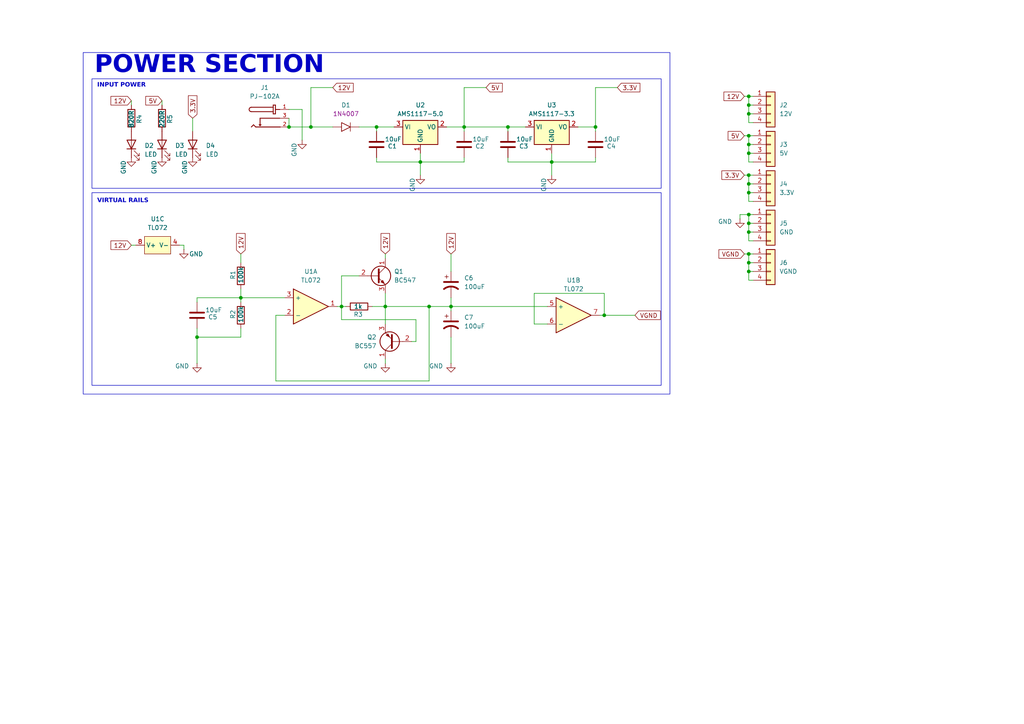
<source format=kicad_sch>
(kicad_sch (version 20250114) (generator "eeschema") (generator_version "9.0")
  (paper "A4")
  (lib_symbols
    (symbol "Connector_Generic:Conn_01x04" (pin_names (offset 1.016) (hide yes))
      (property "Reference" "J" (at 0 5.08 0))
      (property "Value" "Conn_01x04" (at 0 -7.62 0))
      (symbol "Conn_01x04_1_1"
        (rectangle (start -1.27 3.81) (end 1.27 -6.35) (stroke (width 0.254)) (fill (type background)))
        (rectangle (start -1.27 2.667) (end 0 2.413) (stroke (width 0.1524)))
        (rectangle (start -1.27 0.127) (end 0 -0.127) (stroke (width 0.1524)))
        (rectangle (start -1.27 -2.413) (end 0 -2.667) (stroke (width 0.1524)))
        (rectangle (start -1.27 -4.953) (end 0 -5.207) (stroke (width 0.1524)))
        (pin passive line (at -5.08 2.54 0) (length 3.81) (name "Pin_1") (number "1"))
        (pin passive line (at -5.08 0 0) (length 3.81) (name "Pin_2") (number "2"))
        (pin passive line (at -5.08 -2.54 0) (length 3.81) (name "Pin_3") (number "3"))
        (pin passive line (at -5.08 -5.08 0) (length 3.81) (name "Pin_4") (number "4"))
      )
    )
    (symbol "Device:C" (pin_numbers (hide yes)) (pin_names (offset 0.254))
      (property "Reference" "C" (at 0.635 2.54 0))
      (property "Value" "C" (at 0.635 -2.54 0))
      (symbol "C_0_1"
        (polyline (pts (xy -2.032 0.762) (xy 2.032 0.762)) (stroke (width 0.508)))
        (polyline (pts (xy -2.032 -0.762) (xy 2.032 -0.762)) (stroke (width 0.508)))
      )
      (symbol "C_1_1"
        (pin passive line (at 0 3.81 270) (length 2.794) (name "~") (number "1"))
        (pin passive line (at 0 -3.81 90) (length 2.794) (name "~") (number "2"))
      )
    )
    (symbol "Device:C_Polarized_US" (pin_numbers (hide yes)) (pin_names (offset 0.254) (hide yes))
      (property "Reference" "C" (at 0.635 2.54 0))
      (property "Value" "C_Polarized_US" (at 0.635 -2.54 0))
      (symbol "C_Polarized_US_0_1"
        (polyline (pts (xy -2.032 0.762) (xy 2.032 0.762)) (stroke (width 0.508)))
        (polyline (pts (xy -1.778 2.286) (xy -0.762 2.286)))
        (polyline (pts (xy -1.27 1.778) (xy -1.27 2.794)))
        (arc (start -2.032 -1.27) (mid 0 -0.5572) (end 2.032 -1.27) (stroke (width 0.508)))
      )
      (symbol "C_Polarized_US_1_1"
        (pin passive line (at 0 3.81 270) (length 2.794) (name "~") (number "1"))
        (pin passive line (at 0 -3.81 90) (length 3.302) (name "~") (number "2"))
      )
    )
    (symbol "Device:LED" (pin_numbers (hide yes)) (pin_names (offset 1.016) (hide yes))
      (property "Reference" "D" (at 0 2.54 0))
      (property "Value" "LED" (at 0 -2.54 0))
      (symbol "LED_0_1"
        (polyline (pts (xy -3.048 -0.762) (xy -4.572 -2.286) (xy -3.81 -2.286) (xy -4.572 -2.286) (xy -4.572 -1.524)))
        (polyline (pts (xy -1.778 -0.762) (xy -3.302 -2.286) (xy -2.54 -2.286) (xy -3.302 -2.286) (xy -3.302 -1.524)))
        (polyline (pts (xy -1.27 0) (xy 1.27 0)))
        (polyline (pts (xy -1.27 -1.27) (xy -1.27 1.27)) (stroke (width 0.254)))
        (polyline (pts (xy 1.27 -1.27) (xy 1.27 1.27) (xy -1.27 0) (xy 1.27 -1.27)) (stroke (width 0.254)))
      )
      (symbol "LED_1_1"
        (pin passive line (at -3.81 0 0) (length 2.54) (name "K") (number "1"))
        (pin passive line (at 3.81 0 180) (length 2.54) (name "A") (number "2"))
      )
    )
    (symbol "Device:R" (pin_numbers (hide yes)) (pin_names (offset 0))
      (property "Reference" "R" (at 2.032 0 90))
      (property "Value" "R" (at 0 0 90))
      (symbol "R_0_1"
        (rectangle (start -1.016 -2.54) (end 1.016 2.54) (stroke (width 0.254)))
      )
      (symbol "R_1_1"
        (pin passive line (at 0 3.81 270) (length 1.27) (name "~") (number "1"))
        (pin passive line (at 0 -3.81 90) (length 1.27) (name "~") (number "2"))
      )
    )
    (symbol "PCM_4ms_Diode:1N914BWS" (pin_numbers (hide yes)) (pin_names (offset 1.016) (hide yes))
      (property "Reference" "D" (at 0 2.54 0))
      (property "Display" "1N914" (at 0 -2.54 0))
      (symbol "1N914BWS_0_1"
        (polyline (pts (xy -1.27 1.27) (xy -1.27 -1.27)))
        (polyline (pts (xy 1.27 1.27) (xy 1.27 -1.27) (xy -1.27 0) (xy 1.27 1.27)) (stroke (width 0.2032)))
      )
      (symbol "1N914BWS_1_1"
        (pin passive line (at -3.81 0 0) (length 2.54) (name "K") (number "1"))
        (pin passive line (at 3.81 0 180) (length 2.54) (name "A") (number "2"))
      )
    )
    (symbol "PCM_4ms_IC:TL072"
      (property "Reference" "U" (at 2.54 5.08 0))
      (property "Value" "TL072" (at 2.54 -3.81 0))
      (symbol "TL072_1_1"
        (polyline (pts (xy -5.08 5.08) (xy 5.08 0) (xy -5.08 -5.08) (xy -5.08 5.08)) (stroke (width 0.254)) (fill (type background)))
        (pin input line (at -7.62 2.54 0) (length 2.54) (name "+") (number "3"))
        (pin input line (at -7.62 -2.54 0) (length 2.54) (name "-") (number "2"))
        (pin output line (at 7.62 0 180) (length 2.54) (name "~") (number "1"))
      )
      (symbol "TL072_2_1"
        (polyline (pts (xy -5.08 5.08) (xy 5.08 0) (xy -5.08 -5.08) (xy -5.08 5.08)) (stroke (width 0.254)) (fill (type background)))
        (pin input line (at -7.62 2.54 0) (length 2.54) (name "+") (number "5"))
        (pin input line (at -7.62 -2.54 0) (length 2.54) (name "-") (number "6"))
        (pin output line (at 7.62 0 180) (length 2.54) (name "~") (number "7"))
      )
      (symbol "TL072_3_1"
        (rectangle (start -2.54 3.81) (end 2.54 -3.81) (fill (type background)))
        (pin power_in line (at 0 6.35 270) (length 2.54) (name "V+") (number "8"))
        (pin power_in line (at 0 -6.35 90) (length 2.54) (name "V-") (number "4"))
      )
    )
    (symbol "PJ-102A:PJ-102A" (pin_names (offset 1.016))
      (property "Reference" "J" (at -7.6333 3.0533 0))
      (property "Value" "PJ-102A" (at -7.6363 -10.1817 0))
      (symbol "PJ-102A_0_0"
        (polyline (pts (xy -5.842 0.635) (xy 0.508 0.635)) (stroke (width 0.254)))
        (polyline (pts (xy -5.842 -0.635) (xy 0.508 -0.635)) (stroke (width 0.254)))
        (arc (start -5.842 -0.635) (mid -6.4742 0) (end -5.842 0.635) (stroke (width 0.254)))
        (polyline (pts (xy -5.207 -4.445) (xy -5.842 -5.08)) (stroke (width 0.254)))
        (polyline (pts (xy -4.572 -5.08) (xy -5.207 -4.445)) (stroke (width 0.254)))
        (polyline (pts (xy -3.556 -4.445) (xy -3.302 -4.699)) (stroke (width 0.254)))
        (polyline (pts (xy -3.302 -2.54) (xy -3.302 -4.445)) (stroke (width 0.254)))
        (polyline (pts (xy -3.302 -4.699) (xy -3.048 -4.445)) (stroke (width 0.254)))
        (polyline (pts (xy -3.048 -4.445) (xy -3.556 -4.445)) (stroke (width 0.254)))
        (polyline (pts (xy 0.508 1.27) (xy 0.508 -1.27)) (stroke (width 0.254)))
        (polyline (pts (xy 0.508 -1.27) (xy 1.143 -1.27)) (stroke (width 0.254)))
        (polyline (pts (xy 1.143 1.27) (xy 0.508 1.27)) (stroke (width 0.254)))
        (polyline (pts (xy 1.143 0) (xy 1.143 1.27)) (stroke (width 0.254)))
        (polyline (pts (xy 1.143 0) (xy 2.413 0)) (stroke (width 0.254)))
        (polyline (pts (xy 1.143 -1.27) (xy 1.143 0)) (stroke (width 0.254)))
        (polyline (pts (xy 2.413 -2.54) (xy -3.302 -2.54)) (stroke (width 0.254)))
        (polyline (pts (xy 2.54 -5.08) (xy -4.572 -5.08)) (stroke (width 0.254)))
        (pin power_in line (at 5.08 0 180) (length 2.54) (name "~") (number "1"))
        (pin power_in line (at 5.08 -2.54 180) (length 2.54) (name "~") (number "3"))
        (pin power_in line (at 5.08 -5.08 180) (length 2.54) (name "~") (number "2"))
      )
    )
    (symbol "Regulator_Linear:AMS1117-3.3"
      (property "Reference" "U" (at -3.81 3.175 0))
      (property "Value" "AMS1117-3.3" (at 0 3.175 0))
      (symbol "AMS1117-3.3_0_1"
        (rectangle (start -5.08 -5.08) (end 5.08 1.905) (stroke (width 0.254)) (fill (type background)))
      )
      (symbol "AMS1117-3.3_1_1"
        (pin power_in line (at -7.62 0 0) (length 2.54) (name "VI") (number "3"))
        (pin power_in line (at 0 -7.62 90) (length 2.54) (name "GND") (number "1"))
        (pin power_out line (at 7.62 0 180) (length 2.54) (name "VO") (number "2"))
      )
    )
    (symbol "Regulator_Linear:AMS1117-5.0"
      (property "Reference" "U" (at -3.81 3.175 0))
      (property "Value" "AMS1117-5.0" (at 0 3.175 0))
      (symbol "AMS1117-5.0_0_1"
        (rectangle (start -5.08 -5.08) (end 5.08 1.905) (stroke (width 0.254)) (fill (type background)))
      )
      (symbol "AMS1117-5.0_1_1"
        (pin power_in line (at -7.62 0 0) (length 2.54) (name "VI") (number "3"))
        (pin power_in line (at 0 -7.62 90) (length 2.54) (name "GND") (number "1"))
        (pin power_out line (at 7.62 0 180) (length 2.54) (name "VO") (number "2"))
      )
    )
    (symbol "Transistor_BJT:BC547" (pin_names (offset 0) (hide yes))
      (property "Reference" "Q" (at 5.08 1.905 0))
      (property "Value" "BC547" (at 5.08 0 0))
      (symbol "BC547_0_1"
        (polyline (pts (xy -2.54 0) (xy 0.635 0)))
        (polyline (pts (xy 0.635 1.905) (xy 0.635 -1.905)) (stroke (width 0.508)))
        (circle (center 1.27 0) (radius 2.8194) (stroke (width 0.254)))
      )
      (symbol "BC547_1_1"
        (polyline (pts (xy 0.635 0.635) (xy 2.54 2.54)))
        (polyline (pts (xy 0.635 -0.635) (xy 2.54 -2.54)))
        (polyline (pts (xy 1.27 -1.778) (xy 1.778 -1.27) (xy 2.286 -2.286) (xy 1.27 -1.778)) (fill (type outline)))
        (pin input line (at -5.08 0 0) (length 2.54) (name "B") (number "2"))
        (pin passive line (at 2.54 5.08 270) (length 2.54) (name "C") (number "1"))
        (pin passive line (at 2.54 -5.08 90) (length 2.54) (name "E") (number "3"))
      )
    )
    (symbol "Transistor_BJT:BC557" (pin_names (offset 0) (hide yes))
      (property "Reference" "Q" (at 5.08 1.905 0))
      (property "Value" "BC557" (at 5.08 0 0))
      (symbol "BC557_0_1"
        (polyline (pts (xy -2.54 0) (xy 0.635 0)))
        (polyline (pts (xy 0.635 1.905) (xy 0.635 -1.905)) (stroke (width 0.508)))
        (polyline (pts (xy 0.635 0.635) (xy 2.54 2.54)))
        (polyline (pts (xy 0.635 -0.635) (xy 2.54 -2.54)))
        (circle (center 1.27 0) (radius 2.8194) (stroke (width 0.254)))
        (polyline (pts (xy 2.286 -1.778) (xy 1.778 -2.286) (xy 1.27 -1.27) (xy 2.286 -1.778)) (fill (type outline)))
      )
      (symbol "BC557_1_1"
        (pin input line (at -5.08 0 0) (length 2.54) (name "B") (number "2"))
        (pin passive line (at 2.54 5.08 270) (length 2.54) (name "C") (number "1"))
        (pin passive line (at 2.54 -5.08 90) (length 2.54) (name "E") (number "3"))
      )
    )
    (symbol "power:GND" (power) (pin_numbers (hide yes)) (pin_names (offset 0) (hide yes))
      (property "Value" "GND" (at 0 -3.81 0))
      (symbol "GND_0_1"
        (polyline (pts (xy 0 0) (xy 0 -1.27) (xy 1.27 -1.27) (xy 0 -2.54) (xy -1.27 -1.27) (xy 0 -1.27)))
      )
      (symbol "GND_1_1"
        (pin power_in line (at 0 0 270) (length 0) (name "~") (number "1"))
      )
    )
  )
  (rectangle (start 24.13 15.24) (end 194.31 114.3))
  (rectangle (start 26.67 22.86) (end 191.77 54.61))
  (rectangle (start 26.67 55.88) (end 191.77 111.76))
  (text "VIRTUAL RAILS\n" (at 28.194 58.674 0) (effects (font (size 1.27 1.27) (thickness 0.254) (bold yes)) (justify left)))
  (text "INPUT POWER\n" (at 28.194 25.146 0) (effects (font (size 1.27 1.27) (thickness 0.254) (bold yes)) (justify left)))
  (text "POWER SECTION" (at 27.432 20.32 0) (effects (font (size 5.08 5.08) (thickness 1.016) (bold yes) (italic yes)) (justify left)))
  (junction (at 175.26 91.44))
  (junction (at 160.02 46.99))
  (junction (at 121.92 46.99))
  (junction (at 217.17 76.2))
  (junction (at 217.17 62.23))
  (junction (at 217.17 55.88))
  (junction (at 134.62 36.83))
  (junction (at 217.17 78.74))
  (junction (at 69.85 86.36))
  (junction (at 217.17 30.48))
  (junction (at 217.17 44.45))
  (junction (at 57.15 97.79))
  (junction (at 83.82 36.83))
  (junction (at 217.17 33.02))
  (junction (at 217.17 73.66))
  (junction (at 217.17 64.77))
  (junction (at 111.76 88.9))
  (junction (at 99.06 88.9))
  (junction (at 217.17 50.8))
  (junction (at 217.17 41.91))
  (junction (at 217.17 39.37))
  (junction (at 217.17 27.94))
  (junction (at 172.72 36.83))
  (junction (at 147.32 36.83))
  (junction (at 130.81 88.9))
  (junction (at 90.17 36.83))
  (junction (at 217.17 67.31))
  (junction (at 217.17 53.34))
  (junction (at 109.22 36.83))
  (junction (at 124.46 88.9))
  (wire (pts (xy 217.17 55.88) (xy 217.17 53.34)))
  (wire (pts (xy 52.07 71.12) (xy 53.34 71.12)))
  (wire (pts (xy 217.17 55.88) (xy 218.44 55.88)))
  (wire (pts (xy 160.02 46.99) (xy 160.02 50.8)))
  (wire (pts (xy 218.44 81.28) (xy 217.17 81.28)))
  (wire (pts (xy 215.9 73.66) (xy 217.17 73.66)))
  (wire (pts (xy 217.17 46.99) (xy 217.17 44.45)))
  (wire (pts (xy 109.22 46.99) (xy 121.92 46.99)))
  (wire (pts (xy 38.1 71.12) (xy 39.37 71.12)))
  (wire (pts (xy 83.82 36.83) (xy 90.17 36.83)))
  (wire (pts (xy 158.75 93.98) (xy 154.94 93.98)))
  (wire (pts (xy 82.55 91.44) (xy 80.01 91.44)))
  (wire (pts (xy 69.85 95.25) (xy 69.85 97.79)))
  (wire (pts (xy 104.14 36.83) (xy 109.22 36.83)))
  (wire (pts (xy 217.17 76.2) (xy 217.17 73.66)))
  (wire (pts (xy 217.17 73.66) (xy 218.44 73.66)))
  (wire (pts (xy 69.85 86.36) (xy 82.55 86.36)))
  (wire (pts (xy 121.92 46.99) (xy 134.62 46.99)))
  (wire (pts (xy 140.97 25.4) (xy 134.62 25.4)))
  (wire (pts (xy 134.62 45.72) (xy 134.62 46.99)))
  (wire (pts (xy 217.17 33.02) (xy 218.44 33.02)))
  (wire (pts (xy 99.06 92.71) (xy 120.65 92.71)))
  (wire (pts (xy 134.62 36.83) (xy 147.32 36.83)))
  (wire (pts (xy 217.17 58.42) (xy 217.17 55.88)))
  (wire (pts (xy 154.94 93.98) (xy 154.94 85.09)))
  (wire (pts (xy 111.76 88.9) (xy 111.76 85.09)))
  (wire (pts (xy 130.81 97.79) (xy 130.81 105.41)))
  (wire (pts (xy 90.17 25.4) (xy 90.17 36.83)))
  (wire (pts (xy 217.17 67.31) (xy 217.17 64.77)))
  (wire (pts (xy 129.54 36.83) (xy 134.62 36.83)))
  (wire (pts (xy 83.82 34.29) (xy 83.82 36.83)))
  (wire (pts (xy 111.76 104.14) (xy 111.76 105.41)))
  (wire (pts (xy 121.92 44.45) (xy 121.92 46.99)))
  (wire (pts (xy 38.1 29.21) (xy 38.1 30.48)))
  (wire (pts (xy 80.01 110.49) (xy 124.46 110.49)))
  (wire (pts (xy 55.88 34.29) (xy 55.88 38.1)))
  (wire (pts (xy 215.9 39.37) (xy 217.17 39.37)))
  (wire (pts (xy 69.85 73.66) (xy 69.85 76.2)))
  (wire (pts (xy 217.17 27.94) (xy 218.44 27.94)))
  (wire (pts (xy 215.9 50.8) (xy 217.17 50.8)))
  (wire (pts (xy 217.17 33.02) (xy 217.17 30.48)))
  (wire (pts (xy 147.32 46.99) (xy 160.02 46.99)))
  (wire (pts (xy 217.17 41.91) (xy 217.17 39.37)))
  (wire (pts (xy 107.95 88.9) (xy 111.76 88.9)))
  (wire (pts (xy 147.32 36.83) (xy 152.4 36.83)))
  (wire (pts (xy 160.02 46.99) (xy 172.72 46.99)))
  (wire (pts (xy 214.63 62.23) (xy 217.17 62.23)))
  (wire (pts (xy 214.63 63.5) (xy 214.63 62.23)))
  (wire (pts (xy 99.06 80.01) (xy 99.06 88.9)))
  (wire (pts (xy 99.06 88.9) (xy 99.06 92.71)))
  (wire (pts (xy 57.15 86.36) (xy 69.85 86.36)))
  (wire (pts (xy 217.17 30.48) (xy 218.44 30.48)))
  (wire (pts (xy 109.22 45.72) (xy 109.22 46.99)))
  (wire (pts (xy 172.72 36.83) (xy 172.72 38.1)))
  (wire (pts (xy 130.81 88.9) (xy 158.75 88.9)))
  (wire (pts (xy 217.17 39.37) (xy 218.44 39.37)))
  (wire (pts (xy 218.44 35.56) (xy 217.17 35.56)))
  (wire (pts (xy 217.17 78.74) (xy 218.44 78.74)))
  (wire (pts (xy 175.26 91.44) (xy 184.15 91.44)))
  (wire (pts (xy 172.72 45.72) (xy 172.72 46.99)))
  (wire (pts (xy 69.85 86.36) (xy 69.85 87.63)))
  (wire (pts (xy 217.17 76.2) (xy 218.44 76.2)))
  (wire (pts (xy 217.17 81.28) (xy 217.17 78.74)))
  (wire (pts (xy 111.76 88.9) (xy 111.76 93.98)))
  (wire (pts (xy 57.15 95.25) (xy 57.15 97.79)))
  (wire (pts (xy 217.17 67.31) (xy 218.44 67.31)))
  (wire (pts (xy 218.44 69.85) (xy 217.17 69.85)))
  (wire (pts (xy 90.17 36.83) (xy 96.52 36.83)))
  (wire (pts (xy 217.17 30.48) (xy 217.17 27.94)))
  (wire (pts (xy 111.76 73.66) (xy 111.76 74.93)))
  (wire (pts (xy 217.17 44.45) (xy 218.44 44.45)))
  (wire (pts (xy 218.44 58.42) (xy 217.17 58.42)))
  (wire (pts (xy 154.94 85.09) (xy 175.26 85.09)))
  (wire (pts (xy 120.65 92.71) (xy 120.65 99.06)))
  (wire (pts (xy 109.22 36.83) (xy 109.22 38.1)))
  (wire (pts (xy 124.46 110.49) (xy 124.46 88.9)))
  (wire (pts (xy 69.85 83.82) (xy 69.85 86.36)))
  (wire (pts (xy 69.85 97.79) (xy 57.15 97.79)))
  (wire (pts (xy 217.17 50.8) (xy 218.44 50.8)))
  (wire (pts (xy 99.06 88.9) (xy 100.33 88.9)))
  (wire (pts (xy 217.17 41.91) (xy 218.44 41.91)))
  (wire (pts (xy 217.17 44.45) (xy 217.17 41.91)))
  (wire (pts (xy 160.02 44.45) (xy 160.02 46.99)))
  (wire (pts (xy 130.81 86.36) (xy 130.81 88.9)))
  (wire (pts (xy 57.15 97.79) (xy 57.15 105.41)))
  (wire (pts (xy 120.65 99.06) (xy 119.38 99.06)))
  (wire (pts (xy 80.01 91.44) (xy 80.01 110.49)))
  (wire (pts (xy 130.81 73.66) (xy 130.81 78.74)))
  (wire (pts (xy 147.32 36.83) (xy 147.32 38.1)))
  (wire (pts (xy 46.99 29.21) (xy 46.99 30.48)))
  (wire (pts (xy 217.17 69.85) (xy 217.17 67.31)))
  (wire (pts (xy 90.17 25.4) (xy 96.52 25.4)))
  (wire (pts (xy 57.15 87.63) (xy 57.15 86.36)))
  (wire (pts (xy 104.14 80.01) (xy 99.06 80.01)))
  (wire (pts (xy 124.46 88.9) (xy 111.76 88.9)))
  (wire (pts (xy 217.17 53.34) (xy 218.44 53.34)))
  (wire (pts (xy 172.72 25.4) (xy 172.72 36.83)))
  (wire (pts (xy 87.63 31.75) (xy 87.63 40.64)))
  (wire (pts (xy 217.17 64.77) (xy 218.44 64.77)))
  (wire (pts (xy 215.9 27.94) (xy 217.17 27.94)))
  (wire (pts (xy 147.32 45.72) (xy 147.32 46.99)))
  (wire (pts (xy 134.62 36.83) (xy 134.62 38.1)))
  (wire (pts (xy 167.64 36.83) (xy 172.72 36.83)))
  (wire (pts (xy 217.17 35.56) (xy 217.17 33.02)))
  (wire (pts (xy 218.44 46.99) (xy 217.17 46.99)))
  (wire (pts (xy 217.17 64.77) (xy 217.17 62.23)))
  (wire (pts (xy 83.82 31.75) (xy 87.63 31.75)))
  (wire (pts (xy 217.17 53.34) (xy 217.17 50.8)))
  (wire (pts (xy 130.81 88.9) (xy 130.81 90.17)))
  (wire (pts (xy 124.46 88.9) (xy 130.81 88.9)))
  (wire (pts (xy 121.92 46.99) (xy 121.92 50.8)))
  (wire (pts (xy 217.17 62.23) (xy 218.44 62.23)))
  (wire (pts (xy 217.17 78.74) (xy 217.17 76.2)))
  (wire (pts (xy 175.26 91.44) (xy 173.99 91.44)))
  (wire (pts (xy 109.22 36.83) (xy 114.3 36.83)))
  (wire (pts (xy 179.07 25.4) (xy 172.72 25.4)))
  (wire (pts (xy 53.34 71.12) (xy 53.34 72.39)))
  (wire (pts (xy 175.26 85.09) (xy 175.26 91.44)))
  (wire (pts (xy 97.79 88.9) (xy 99.06 88.9)))
  (wire (pts (xy 134.62 25.4) (xy 134.62 36.83)))
  (global_label "12V" (shape input) (at 38.1 71.12 180) (property "Intersheetrefs" "${INTERSHEET_REFS}" (effects (hide yes))))
  (global_label "12V" (shape input) (at 130.81 73.66 90) (property "Intersheetrefs" "${INTERSHEET_REFS}" (effects (hide yes))))
  (global_label "3.3V" (shape input) (at 55.88 34.29 90) (property "Intersheetrefs" "${INTERSHEET_REFS}" (effects (hide yes))))
  (global_label "VGND" (shape input) (at 184.15 91.44 0) (property "Intersheetrefs" "${INTERSHEET_REFS}" (effects (hide yes))))
  (global_label "12V" (shape input) (at 38.1 29.21 180) (property "Intersheetrefs" "${INTERSHEET_REFS}" (effects (hide yes))))
  (global_label "12V" (shape input) (at 69.85 73.66 90) (property "Intersheetrefs" "${INTERSHEET_REFS}" (effects (hide yes))))
  (global_label "3.3V" (shape input) (at 215.9 50.8 180) (property "Intersheetrefs" "${INTERSHEET_REFS}" (effects (hide yes))))
  (global_label "5V" (shape input) (at 46.99 29.21 180) (property "Intersheetrefs" "${INTERSHEET_REFS}" (effects (hide yes))))
  (global_label "12V" (shape input) (at 215.9 27.94 180) (property "Intersheetrefs" "${INTERSHEET_REFS}" (effects (hide yes))))
  (global_label "3.3V" (shape input) (at 179.07 25.4 0) (property "Intersheetrefs" "${INTERSHEET_REFS}" (effects (hide yes))))
  (global_label "12V" (shape input) (at 96.52 25.4 0) (property "Intersheetrefs" "${INTERSHEET_REFS}" (effects (hide yes))))
  (global_label "5V" (shape input) (at 140.97 25.4 0) (property "Intersheetrefs" "${INTERSHEET_REFS}" (effects (hide yes))))
  (global_label "5V" (shape input) (at 215.9 39.37 180) (property "Intersheetrefs" "${INTERSHEET_REFS}" (effects (hide yes))))
  (global_label "12V" (shape input) (at 111.76 73.66 90) (property "Intersheetrefs" "${INTERSHEET_REFS}" (effects (hide yes))))
  (global_label "VGND" (shape input) (at 215.9 73.66 180) (property "Intersheetrefs" "${INTERSHEET_REFS}" (effects (hide yes))))
  (symbol (lib_id "Connector_Generic:Conn_01x04") (at 223.52 64.77 0) (unit 1)
    (property "Reference" "J5" (at 226.06 64.7699 0) (effects (justify left)))
    (property "Value" "GND" (at 226.06 67.3099 0) (effects (justify left)))
    (property "Footprint" "Connector_PinSocket_2.54mm:PinSocket_1x04_P2.54mm_Vertical" (effects (hide yes)))
    (property "Description" "Generic connector, single row, 01x04, script generated (kicad-library-utils/schlib/autogen/connector/)" (effects (hide yes)))
  )
  (symbol (lib_id "PCM_4ms_IC:TL072") (at 166.37 91.44 0) (unit 2)
    (property "Reference" "U1" (at 166.37 81.28 0))
    (property "Value" "TL072" (at 166.37 83.82 0))
    (property "Footprint" "DIYSynthMNL:DIP-8_W7.62mm_LongPads" (effects (hide yes)))
    (property "Description" "TL072 Dual Opamp TSSOP-8" (effects (hide yes)))
    (property "Specifications" "TL072 Dual Opamp" (effects (hide yes)))
    (property "JLCPCB ID" "C90748" (effects (hide yes)))
  )
  (symbol (lib_id "Device:LED") (at 38.1 41.91 90) (unit 1)
    (property "Reference" "D2" (at 41.91 42.2274 90) (effects (justify right)))
    (property "Value" "LED" (at 41.91 44.7674 90) (effects (justify right)))
    (property "Footprint" "LED_THT:LED_D5.0mm" (effects (hide yes)))
    (property "Description" "Light emitting diode" (effects (hide yes)))
    (property "Sim.Pins" "1=K 2=A" (effects (hide yes)))
  )
  (symbol (lib_id "Device:R") (at 38.1 34.29 180) (unit 1)
    (property "Reference" "R4" (at 40.386 34.544 90))
    (property "Value" "820R" (at 38.1 34.544 90) (effects (font (thickness 0.254) (bold yes))))
    (property "Footprint" "PCM_4ms_Resistor:R_Axial_DIN0207_L6.3mm_D2.5mm_P7.62mm_Horizontal" (effects (hide yes)))
    (property "Description" "Resistor" (effects (hide yes)))
  )
  (symbol (lib_id "Connector_Generic:Conn_01x04") (at 223.52 76.2 0) (unit 1)
    (property "Reference" "J6" (at 226.06 76.1999 0) (effects (justify left)))
    (property "Value" "VGND" (at 226.06 78.7399 0) (effects (justify left)))
    (property "Footprint" "Connector_PinSocket_2.54mm:PinSocket_1x04_P2.54mm_Vertical" (effects (hide yes)))
    (property "Description" "Generic connector, single row, 01x04, script generated (kicad-library-utils/schlib/autogen/connector/)" (effects (hide yes)))
  )
  (symbol (lib_id "power:GND") (at 57.15 105.41 0) (unit 1)
    (property "Reference" "#PWR091" (effects (hide yes)))
    (property "Value" "GND" (at 54.864 106.172 0) (effects (justify right)))
    (property "Description" "Power symbol creates a global label with name \"GND\" , ground" (effects (hide yes)))
  )
  (symbol (lib_id "PCM_4ms_Diode:1N914BWS") (at 100.33 36.83 180) (unit 1)
    (property "Reference" "D1" (at 100.33 30.48 0))
    (property "Value" "1N914BWS" (effects (hide yes)))
    (property "Footprint" "DIYSynthMNL:D_4148_BigPads" (effects (hide yes)))
    (property "Datasheet" "https://www.mouser.com/datasheet/2/308/1N914BWS_D-2309364.pdf" (effects (hide yes)))
    (property "Description" "1N914BWS, 75V, 150mA, 1V @ 100mA SOD-323F" (effects (hide yes)))
    (property "Specifications" "1N914BWS, 75V, 150mA, 1V @ 100mA SOD-323F" (effects (hide yes)))
    (property "Manufacturer" "ON Semiconductor / Fairchild" (effects (hide yes)))
    (property "Part Number" "1N914BWS" (effects (hide yes)))
    (property "JLCPCB ID" "C258181" (effects (hide yes)))
    (property "Display" "1N4007" (at 100.33 33.02 0))
  )
  (symbol (lib_id "power:GND") (at 38.1 45.72 0) (unit 1)
    (property "Reference" "#PWR065" (effects (hide yes)))
    (property "Value" "GND" (at 35.814 46.482 90) (effects (justify right)))
    (property "Description" "Power symbol creates a global label with name \"GND\" , ground" (effects (hide yes)))
  )
  (symbol (lib_id "Device:C_Polarized_US") (at 130.81 93.98 0) (unit 1)
    (property "Reference" "C7" (at 134.62 92.0749 0) (effects (justify left)))
    (property "Value" "100uF" (at 134.62 94.6149 0) (effects (justify left)))
    (property "Footprint" "Capacitor_THT:CP_Radial_D5.0mm_P2.00mm" (effects (hide yes)))
    (property "Description" "Polarized capacitor, US symbol" (effects (hide yes)))
  )
  (symbol (lib_id "Device:R") (at 104.14 88.9 90) (unit 1)
    (property "Reference" "R3" (at 103.886 91.186 90))
    (property "Value" "1k" (at 103.886 88.9 90) (effects (font (thickness 0.254) (bold yes))))
    (property "Footprint" "PCM_4ms_Resistor:R_Axial_DIN0207_L6.3mm_D2.5mm_P7.62mm_Horizontal" (effects (hide yes)))
    (property "Description" "Resistor" (effects (hide yes)))
  )
  (symbol (lib_id "Device:LED") (at 55.88 41.91 90) (unit 1)
    (property "Reference" "D4" (at 59.69 42.2274 90) (effects (justify right)))
    (property "Value" "LED" (at 59.69 44.7674 90) (effects (justify right)))
    (property "Footprint" "LED_THT:LED_D5.0mm" (effects (hide yes)))
    (property "Description" "Light emitting diode" (effects (hide yes)))
    (property "Sim.Pins" "1=K 2=A" (effects (hide yes)))
  )
  (symbol (lib_id "Transistor_BJT:BC557") (at 114.3 99.06 180) (unit 1)
    (property "Reference" "Q2" (at 109.22 97.7899 0) (effects (justify left)))
    (property "Value" "BC557" (at 109.22 100.3299 0) (effects (justify left)))
    (property "Footprint" "Package_TO_SOT_THT:TO-92_Inline" (effects (hide yes)))
    (property "Datasheet" "https://www.onsemi.com/pub/Collateral/BC556BTA-D.pdf" (effects (hide yes)))
    (property "Description" "0.1A Ic, 45V Vce, PNP Small Signal Transistor, TO-92" (effects (hide yes)))
  )
  (symbol (lib_id "Device:C") (at 57.15 91.44 180) (unit 1)
    (property "Reference" "C5" (at 61.722 91.948 0))
    (property "Value" "10uF" (at 61.976 89.916 0))
    (property "Footprint" "PCM_4ms_Capacitor:C_Disc_P5.08mm" (effects (hide yes)))
    (property "Description" "Unpolarized capacitor" (effects (hide yes)))
  )
  (symbol (lib_id "power:GND") (at 46.99 45.72 0) (unit 1)
    (property "Reference" "#PWR066" (effects (hide yes)))
    (property "Value" "GND" (at 44.704 46.482 90) (effects (justify right)))
    (property "Description" "Power symbol creates a global label with name \"GND\" , ground" (effects (hide yes)))
  )
  (symbol (lib_id "power:GND") (at 121.92 50.8 0) (unit 1)
    (property "Reference" "#PWR034" (effects (hide yes)))
    (property "Value" "GND" (at 119.634 51.562 90) (effects (justify right)))
    (property "Description" "Power symbol creates a global label with name \"GND\" , ground" (effects (hide yes)))
  )
  (symbol (lib_id "Connector_Generic:Conn_01x04") (at 223.52 41.91 0) (unit 1)
    (property "Reference" "J3" (at 226.06 41.9099 0) (effects (justify left)))
    (property "Value" "5V" (at 226.06 44.4499 0) (effects (justify left)))
    (property "Footprint" "Connector_PinSocket_2.54mm:PinSocket_1x04_P2.54mm_Vertical" (effects (hide yes)))
    (property "Description" "Generic connector, single row, 01x04, script generated (kicad-library-utils/schlib/autogen/connector/)" (effects (hide yes)))
  )
  (symbol (lib_id "Device:R") (at 69.85 91.44 0) (unit 1)
    (property "Reference" "R2" (at 67.564 91.186 90))
    (property "Value" "100k" (at 69.85 91.186 90) (effects (font (thickness 0.254) (bold yes))))
    (property "Footprint" "PCM_4ms_Resistor:R_Axial_DIN0207_L6.3mm_D2.5mm_P7.62mm_Horizontal" (effects (hide yes)))
    (property "Description" "Resistor" (effects (hide yes)))
  )
  (symbol (lib_id "Regulator_Linear:AMS1117-3.3") (at 160.02 36.83 0) (unit 1)
    (property "Reference" "U3" (at 160.02 30.48 0))
    (property "Value" "AMS1117-3.3" (at 160.02 33.02 0))
    (property "Footprint" "Package_TO_SOT_SMD:SOT-223-3_TabPin2" (effects (hide yes)))
    (property "Datasheet" "http://www.advanced-monolithic.com/pdf/ds1117.pdf" (effects (hide yes)))
    (property "Description" "1A Low Dropout regulator, positive, 3.3V fixed output, SOT-223" (effects (hide yes)))
  )
  (symbol (lib_id "PJ-102A:PJ-102A") (at 78.74 31.75 0) (unit 1)
    (property "Reference" "J1" (at 76.7729 25.4 0))
    (property "Value" "PJ-102A" (at 76.7729 27.94 0))
    (property "Footprint" "PJ-102A:CUI_PJ-102A" (effects (hide yes)))
    (property "MF" "Same Sky" (effects (hide yes)))
    (property "DESCRIPTION" "2.0 mm Center Pin%2C 2.5 A%2C Right Angle%2C Through Hole%2C Tapered Pins%2C Dc Power Jack Connector" (effects (hide yes)))
    (property "PACKAGE" "None" (effects (hide yes)))
    (property "PRICE" "0.44 USD" (effects (hide yes)))
    (property "Package" "None" (effects (hide yes)))
    (property "Check_prices" "https://www.snapeda.com/parts/PJ-102A/Same+Sky/view-part/?ref=eda" (effects (hide yes)))
    (property "Price" "None" (effects (hide yes)))
    (property "SnapEDA_Link" "https://www.snapeda.com/parts/PJ-102A/Same+Sky/view-part/?ref=snap" (effects (hide yes)))
    (property "MP" "PJ-102A" (effects (hide yes)))
    (property "Description_1" "2.0 x 6.5 mm, 2.5 A, Horizontal, Through Hole, Tapered Pins, Dc Power Jack Connector" (effects (hide yes)))
    (property "Availability" "In Stock" (effects (hide yes)))
    (property "AVAILABILITY" "Good" (effects (hide yes)))
    (property "MANUFACTURER" "CUI inc" (effects (hide yes)))
  )
  (symbol (lib_id "power:GND") (at 111.76 105.41 0) (unit 1)
    (property "Reference" "#PWR093" (effects (hide yes)))
    (property "Value" "GND" (at 109.474 106.172 0) (effects (justify right)))
    (property "Description" "Power symbol creates a global label with name \"GND\" , ground" (effects (hide yes)))
  )
  (symbol (lib_id "Connector_Generic:Conn_01x04") (at 223.52 53.34 0) (unit 1)
    (property "Reference" "J4" (at 226.06 53.3399 0) (effects (justify left)))
    (property "Value" "3.3V" (at 226.06 55.8799 0) (effects (justify left)))
    (property "Footprint" "Connector_PinSocket_2.54mm:PinSocket_1x04_P2.54mm_Vertical" (effects (hide yes)))
    (property "Description" "Generic connector, single row, 01x04, script generated (kicad-library-utils/schlib/autogen/connector/)" (effects (hide yes)))
  )
  (symbol (lib_id "Device:LED") (at 46.99 41.91 90) (unit 1)
    (property "Reference" "D3" (at 50.8 42.2274 90) (effects (justify right)))
    (property "Value" "LED" (at 50.8 44.7674 90) (effects (justify right)))
    (property "Footprint" "LED_THT:LED_D5.0mm" (effects (hide yes)))
    (property "Description" "Light emitting diode" (effects (hide yes)))
    (property "Sim.Pins" "1=K 2=A" (effects (hide yes)))
  )
  (symbol (lib_id "power:GND") (at 87.63 40.64 0) (unit 1)
    (property "Reference" "#PWR064" (effects (hide yes)))
    (property "Value" "GND" (at 85.344 41.402 90) (effects (justify right)))
    (property "Description" "Power symbol creates a global label with name \"GND\" , ground" (effects (hide yes)))
  )
  (symbol (lib_id "Device:C") (at 134.62 41.91 180) (unit 1)
    (property "Reference" "C2" (at 139.192 42.418 0))
    (property "Value" "10uF" (at 139.446 40.386 0))
    (property "Footprint" "PCM_4ms_Capacitor:C_Disc_P5.08mm" (effects (hide yes)))
    (property "Description" "Unpolarized capacitor" (effects (hide yes)))
  )
  (symbol (lib_id "Device:C") (at 147.32 41.91 180) (unit 1)
    (property "Reference" "C3" (at 151.892 42.418 0))
    (property "Value" "10uF" (at 152.146 40.386 0))
    (property "Footprint" "PCM_4ms_Capacitor:C_Disc_P5.08mm" (effects (hide yes)))
    (property "Description" "Unpolarized capacitor" (effects (hide yes)))
  )
  (symbol (lib_id "Regulator_Linear:AMS1117-5.0") (at 121.92 36.83 0) (unit 1)
    (property "Reference" "U2" (at 121.92 30.48 0))
    (property "Value" "AMS1117-5.0" (at 121.92 33.02 0))
    (property "Footprint" "Package_TO_SOT_SMD:SOT-223-3_TabPin2" (effects (hide yes)))
    (property "Datasheet" "http://www.advanced-monolithic.com/pdf/ds1117.pdf" (effects (hide yes)))
    (property "Description" "1A Low Dropout regulator, positive, 5.0V fixed output, SOT-223" (effects (hide yes)))
  )
  (symbol (lib_id "power:GND") (at 160.02 50.8 0) (unit 1)
    (property "Reference" "#PWR090" (effects (hide yes)))
    (property "Value" "GND" (at 157.734 51.562 90) (effects (justify right)))
    (property "Description" "Power symbol creates a global label with name \"GND\" , ground" (effects (hide yes)))
  )
  (symbol (lib_id "Device:R") (at 46.99 34.29 180) (unit 1)
    (property "Reference" "R5" (at 49.276 34.544 90))
    (property "Value" "220R" (at 46.99 34.544 90) (effects (font (thickness 0.254) (bold yes))))
    (property "Footprint" "PCM_4ms_Resistor:R_Axial_DIN0207_L6.3mm_D2.5mm_P7.62mm_Horizontal" (effects (hide yes)))
    (property "Description" "Resistor" (effects (hide yes)))
  )
  (symbol (lib_id "power:GND") (at 214.63 63.5 0) (unit 1)
    (property "Reference" "#PWR035" (effects (hide yes)))
    (property "Value" "GND" (at 212.344 64.262 0) (effects (justify right)))
    (property "Description" "Power symbol creates a global label with name \"GND\" , ground" (effects (hide yes)))
  )
  (symbol (lib_id "Device:C") (at 109.22 41.91 180) (unit 1)
    (property "Reference" "C1" (at 113.792 42.418 0))
    (property "Value" "10uF" (at 114.046 40.386 0))
    (property "Footprint" "PCM_4ms_Capacitor:C_Disc_P5.08mm" (effects (hide yes)))
    (property "Description" "Unpolarized capacitor" (effects (hide yes)))
  )
  (symbol (lib_id "Device:C") (at 172.72 41.91 180) (unit 1)
    (property "Reference" "C4" (at 177.292 42.418 0))
    (property "Value" "10uF" (at 177.546 40.386 0))
    (property "Footprint" "PCM_4ms_Capacitor:C_Disc_P5.08mm" (effects (hide yes)))
    (property "Description" "Unpolarized capacitor" (effects (hide yes)))
  )
  (symbol (lib_id "Connector_Generic:Conn_01x04") (at 223.52 30.48 0) (unit 1)
    (property "Reference" "J2" (at 226.06 30.4799 0) (effects (justify left)))
    (property "Value" "12V" (at 226.06 33.0199 0) (effects (justify left)))
    (property "Footprint" "Connector_PinSocket_2.54mm:PinSocket_1x04_P2.54mm_Vertical" (effects (hide yes)))
    (property "Description" "Generic connector, single row, 01x04, script generated (kicad-library-utils/schlib/autogen/connector/)" (effects (hide yes)))
  )
  (symbol (lib_id "power:GND") (at 55.88 45.72 0) (unit 1)
    (property "Reference" "#PWR067" (effects (hide yes)))
    (property "Value" "GND" (at 53.594 46.482 90) (effects (justify right)))
    (property "Description" "Power symbol creates a global label with name \"GND\" , ground" (effects (hide yes)))
  )
  (symbol (lib_id "PCM_4ms_IC:TL072") (at 90.17 88.9 0) (unit 1)
    (property "Reference" "U1" (at 90.17 78.74 0))
    (property "Value" "TL072" (at 90.17 81.28 0))
    (property "Footprint" "DIYSynthMNL:DIP-8_W7.62mm_LongPads" (effects (hide yes)))
    (property "Description" "TL072 Dual Opamp TSSOP-8" (effects (hide yes)))
    (property "Specifications" "TL072 Dual Opamp" (effects (hide yes)))
    (property "JLCPCB ID" "C90748" (effects (hide yes)))
  )
  (symbol (lib_id "power:GND") (at 53.34 72.39 0) (unit 1)
    (property "Reference" "#PWR092" (effects (hide yes)))
    (property "Value" "GND" (at 58.928 73.66 0) (effects (justify right)))
    (property "Description" "Power symbol creates a global label with name \"GND\" , ground" (effects (hide yes)))
  )
  (symbol (lib_id "PCM_4ms_IC:TL072") (at 45.72 71.12 90) (unit 3)
    (property "Reference" "U1" (at 45.72 63.5 90))
    (property "Value" "TL072" (at 45.72 66.04 90))
    (property "Footprint" "DIYSynthMNL:DIP-8_W7.62mm_LongPads" (effects (hide yes)))
    (property "Description" "TL072 Dual Opamp TSSOP-8" (effects (hide yes)))
    (property "Specifications" "TL072 Dual Opamp" (effects (hide yes)))
    (property "JLCPCB ID" "C90748" (effects (hide yes)))
  )
  (symbol (lib_id "Device:C_Polarized_US") (at 130.81 82.55 0) (unit 1)
    (property "Reference" "C6" (at 134.62 80.6449 0) (effects (justify left)))
    (property "Value" "100uF" (at 134.62 83.1849 0) (effects (justify left)))
    (property "Footprint" "Capacitor_THT:CP_Radial_D5.0mm_P2.00mm" (effects (hide yes)))
    (property "Description" "Polarized capacitor, US symbol" (effects (hide yes)))
  )
  (symbol (lib_id "Transistor_BJT:BC547") (at 109.22 80.01 0) (unit 1)
    (property "Reference" "Q1" (at 114.3 78.7399 0) (effects (justify left)))
    (property "Value" "BC547" (at 114.3 81.2799 0) (effects (justify left)))
    (property "Footprint" "Package_TO_SOT_THT:TO-92L_Inline" (effects (hide yes)))
    (property "Datasheet" "https://www.onsemi.com/pub/Collateral/BC550-D.pdf" (effects (hide yes)))
    (property "Description" "0.1A Ic, 45V Vce, Small Signal NPN Transistor, TO-92" (effects (hide yes)))
  )
  (symbol (lib_id "power:GND") (at 130.81 105.41 0) (unit 1)
    (property "Reference" "#PWR094" (effects (hide yes)))
    (property "Value" "GND" (at 128.524 106.172 0) (effects (justify right)))
    (property "Description" "Power symbol creates a global label with name \"GND\" , ground" (effects (hide yes)))
  )
  (symbol (lib_id "Device:R") (at 69.85 80.01 0) (unit 1)
    (property "Reference" "R1" (at 67.564 79.756 90))
    (property "Value" "100k" (at 69.85 79.756 90) (effects (font (thickness 0.254) (bold yes))))
    (property "Footprint" "PCM_4ms_Resistor:R_Axial_DIN0207_L6.3mm_D2.5mm_P7.62mm_Horizontal" (effects (hide yes)))
    (property "Description" "Resistor" (effects (hide yes)))
  )
)
</source>
